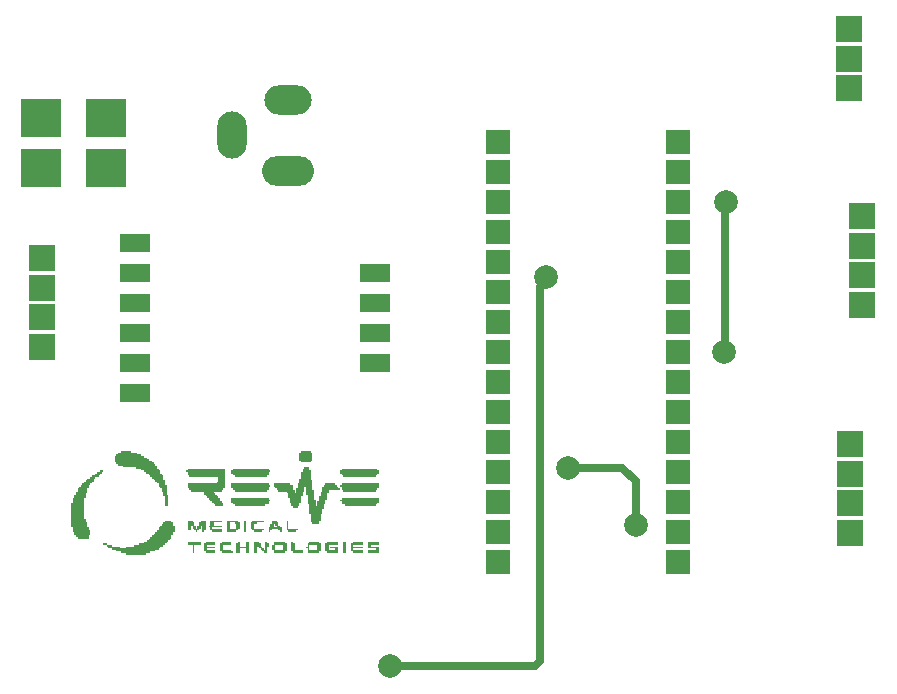
<source format=gbr>
G04*
G04 #@! TF.GenerationSoftware,Altium Limited,Altium Designer,23.1.1 (15)*
G04*
G04 Layer_Physical_Order=1*
G04 Layer_Color=255*
%FSLAX44Y44*%
%MOMM*%
G71*
G04*
G04 #@! TF.SameCoordinates,945C3F72-89AD-46E6-9685-04B11054D932*
G04*
G04*
G04 #@! TF.FilePolarity,Positive*
G04*
G01*
G75*
%ADD10C,0.7000*%
%ADD11R,2.0000X2.0000*%
%ADD12R,2.5400X1.5400*%
%ADD13R,2.2000X2.2000*%
%ADD14O,2.5000X4.0000*%
%ADD15O,4.4000X2.5000*%
%ADD16O,4.0000X2.5000*%
%ADD17R,3.4000X3.2000*%
%ADD18C,2.0000*%
G36*
X325476Y273050D02*
X326847D01*
Y266192D01*
X325476D01*
Y264820D01*
X317246D01*
Y266192D01*
X315874D01*
Y273050D01*
X317246D01*
Y274422D01*
X325476D01*
Y273050D01*
D02*
G37*
G36*
X381711Y257962D02*
X383083D01*
Y255219D01*
X381711D01*
Y253848D01*
X380340D01*
Y252476D01*
X352908D01*
Y253848D01*
X351536D01*
Y255219D01*
X350164D01*
Y257962D01*
X351536D01*
Y259334D01*
X381711D01*
Y257962D01*
D02*
G37*
G36*
X289814D02*
X291186D01*
Y256591D01*
X289814D01*
Y253848D01*
X288442D01*
Y252476D01*
X261010D01*
Y253848D01*
X259639D01*
Y255219D01*
X258267D01*
Y257962D01*
X259639D01*
Y259334D01*
X289814D01*
Y257962D01*
D02*
G37*
G36*
X383083Y242875D02*
X381711D01*
Y241503D01*
X380340D01*
Y240132D01*
X352908D01*
Y241503D01*
X351536D01*
Y244246D01*
X350164D01*
Y245618D01*
X351536D01*
Y246990D01*
X383083D01*
Y242875D01*
D02*
G37*
G36*
X289814Y245618D02*
X291186D01*
Y244246D01*
X289814D01*
Y241503D01*
X288442D01*
Y240132D01*
X261010D01*
Y241503D01*
X259639D01*
Y242875D01*
X258267D01*
Y246990D01*
X289814D01*
Y245618D01*
D02*
G37*
G36*
X324104Y257962D02*
X325476D01*
Y249733D01*
X326847D01*
Y241503D01*
X328219D01*
Y233274D01*
X329590D01*
Y227787D01*
X330962D01*
Y231902D01*
X332334D01*
Y236017D01*
X333705D01*
Y240132D01*
X335077D01*
Y244246D01*
X336448D01*
Y245618D01*
X337820D01*
Y246990D01*
X346050D01*
Y245618D01*
X347421D01*
Y244246D01*
X348793D01*
Y242875D01*
X350164D01*
Y241503D01*
X340563D01*
Y238760D01*
X339192D01*
Y233274D01*
X337820D01*
Y229159D01*
X336448D01*
Y225044D01*
X335077D01*
Y220929D01*
X333705D01*
Y215443D01*
X332334D01*
Y212700D01*
X326847D01*
Y214071D01*
X325476D01*
Y220929D01*
X324104D01*
Y229159D01*
X322732D01*
Y237388D01*
X321361D01*
Y244246D01*
X319989D01*
Y240132D01*
X318618D01*
Y236017D01*
X317246D01*
Y230530D01*
X315874D01*
Y227787D01*
X314503D01*
Y226416D01*
X310388D01*
Y227787D01*
X309016D01*
Y230530D01*
X307645D01*
Y234645D01*
X306273D01*
Y238760D01*
X304902D01*
Y240132D01*
X298044D01*
Y241503D01*
X296672D01*
Y242875D01*
X295300D01*
Y244246D01*
X293929D01*
Y246990D01*
X307645D01*
Y245618D01*
X310388D01*
Y241503D01*
X311760D01*
Y238760D01*
X313131D01*
Y242875D01*
X314503D01*
Y246990D01*
X315874D01*
Y251104D01*
X317246D01*
Y256591D01*
X318618D01*
Y259334D01*
X319989D01*
Y260706D01*
X324104D01*
Y257962D01*
D02*
G37*
G36*
X383083Y230530D02*
X381711D01*
Y229159D01*
X380340D01*
Y227787D01*
X354279D01*
Y229159D01*
X351536D01*
Y231902D01*
X350164D01*
Y233274D01*
X351536D01*
Y234645D01*
X383083D01*
Y230530D01*
D02*
G37*
G36*
X289814Y233274D02*
X291186D01*
Y231902D01*
X289814D01*
Y229159D01*
X287071D01*
Y227787D01*
X261010D01*
Y229159D01*
X259639D01*
Y230530D01*
X258267D01*
Y234645D01*
X289814D01*
Y233274D01*
D02*
G37*
G36*
X252781Y242875D02*
X251409D01*
Y241503D01*
X250038D01*
Y240132D01*
X243180D01*
Y238760D01*
X244551D01*
Y237388D01*
X245923D01*
Y236017D01*
X247294D01*
Y234645D01*
X248666D01*
Y231902D01*
X250038D01*
Y230530D01*
X251409D01*
Y227787D01*
X244551D01*
Y229159D01*
X243180D01*
Y230530D01*
X241808D01*
Y231902D01*
X240436D01*
Y233274D01*
X239065D01*
Y234645D01*
X237693D01*
Y236017D01*
X236322D01*
Y237388D01*
X234950D01*
Y240132D01*
X223977D01*
Y241503D01*
X222606D01*
Y242875D01*
X221234D01*
Y246990D01*
X245923D01*
Y248361D01*
X247294D01*
Y252476D01*
X222606D01*
Y253848D01*
X221234D01*
Y256591D01*
X219862D01*
Y257962D01*
X221234D01*
Y259334D01*
X252781D01*
Y242875D01*
D02*
G37*
G36*
X173228Y273050D02*
X178714D01*
Y271678D01*
X181458D01*
Y270307D01*
X184201D01*
Y268935D01*
X186944D01*
Y267564D01*
X188316D01*
Y266192D01*
X191059D01*
Y264820D01*
X192430D01*
Y263449D01*
X193802D01*
Y262077D01*
X195174D01*
Y259334D01*
X196545D01*
Y257962D01*
X197917D01*
Y255219D01*
X199288D01*
Y253848D01*
X200660D01*
Y249733D01*
X202032D01*
Y245618D01*
X203403D01*
Y237388D01*
X204775D01*
Y227787D01*
X202032D01*
Y236017D01*
X200660D01*
Y240132D01*
X199288D01*
Y242875D01*
X197917D01*
Y244246D01*
X196545D01*
Y246990D01*
X195174D01*
Y248361D01*
X193802D01*
Y249733D01*
X192430D01*
Y251104D01*
X191059D01*
Y252476D01*
X189687D01*
Y253848D01*
X188316D01*
Y255219D01*
X185572D01*
Y256591D01*
X184201D01*
Y257962D01*
X181458D01*
Y259334D01*
X177343D01*
Y260706D01*
X166370D01*
Y262077D01*
X162255D01*
Y263449D01*
X160884D01*
Y264820D01*
X159512D01*
Y270307D01*
X160884D01*
Y271678D01*
X162255D01*
Y273050D01*
X164998D01*
Y274422D01*
X173228D01*
Y273050D01*
D02*
G37*
G36*
X236322Y207213D02*
X234950D01*
Y205842D01*
X233578D01*
Y211328D01*
X232207D01*
Y208585D01*
X230835D01*
Y207213D01*
X229464D01*
Y205842D01*
X228092D01*
Y207213D01*
X226720D01*
Y208585D01*
X225349D01*
Y211328D01*
X223977D01*
Y207213D01*
X221234D01*
Y215443D01*
X225349D01*
Y214071D01*
X226720D01*
Y211328D01*
X228092D01*
Y208585D01*
X229464D01*
Y211328D01*
X230835D01*
Y214071D01*
X232207D01*
Y215443D01*
X236322D01*
Y207213D01*
D02*
G37*
G36*
X306273Y214071D02*
Y208585D01*
X314503D01*
Y207213D01*
X313131D01*
Y205842D01*
X306273D01*
Y207213D01*
X304902D01*
Y215443D01*
X306273D01*
Y214071D01*
D02*
G37*
G36*
X296672D02*
X298044D01*
Y211328D01*
X299415D01*
Y209956D01*
X300787D01*
Y205842D01*
X299415D01*
Y207213D01*
X298044D01*
Y208585D01*
X292557D01*
Y207213D01*
X291186D01*
Y205842D01*
X289814D01*
Y209956D01*
X291186D01*
Y212700D01*
X292557D01*
Y215443D01*
X296672D01*
Y214071D01*
D02*
G37*
G36*
X285699D02*
X280213D01*
Y212700D01*
X277470D01*
Y208585D01*
X285699D01*
Y207213D01*
X284328D01*
Y205842D01*
X277470D01*
Y207213D01*
X276098D01*
Y208585D01*
X274726D01*
Y214071D01*
X276098D01*
Y215443D01*
X285699D01*
Y214071D01*
D02*
G37*
G36*
X270612Y205842D02*
X269240D01*
Y207213D01*
Y215443D01*
X270612D01*
Y205842D01*
D02*
G37*
G36*
X263754Y214071D02*
X265125D01*
Y208585D01*
X263754D01*
Y207213D01*
X262382D01*
Y205842D01*
X254152D01*
Y215443D01*
X263754D01*
Y214071D01*
D02*
G37*
G36*
X250038D02*
X243180D01*
Y211328D01*
X250038D01*
Y209956D01*
X241808D01*
Y208585D01*
X250038D01*
Y205842D01*
X241808D01*
Y207213D01*
X240436D01*
Y209956D01*
X239065D01*
Y211328D01*
X240436D01*
Y215443D01*
X250038D01*
Y214071D01*
D02*
G37*
G36*
X149911Y256591D02*
X148539D01*
Y255219D01*
X147168D01*
Y253848D01*
X145796D01*
Y252476D01*
X143053D01*
Y251104D01*
X141681D01*
Y248361D01*
X140310D01*
Y246990D01*
X138938D01*
Y245618D01*
X137566D01*
Y242875D01*
X136195D01*
Y238760D01*
X134823D01*
Y234645D01*
X133452D01*
Y216814D01*
X134823D01*
Y214071D01*
X136195D01*
Y209956D01*
X137566D01*
Y207213D01*
X138938D01*
Y203098D01*
X137566D01*
Y200355D01*
X127965D01*
Y201727D01*
X126594D01*
Y203098D01*
X125222D01*
Y205842D01*
X123850D01*
Y209956D01*
X122479D01*
Y215443D01*
Y216814D01*
Y230530D01*
X123850D01*
Y234645D01*
X125222D01*
Y237388D01*
X126594D01*
Y240132D01*
X127965D01*
Y242875D01*
X129337D01*
Y244246D01*
X130708D01*
Y245618D01*
X132080D01*
Y246990D01*
X133452D01*
Y248361D01*
X134823D01*
Y249733D01*
X136195D01*
Y251104D01*
X138938D01*
Y252476D01*
X140310D01*
Y253848D01*
X143053D01*
Y255219D01*
X144424D01*
Y256591D01*
X147168D01*
Y257962D01*
X149911D01*
Y256591D01*
D02*
G37*
G36*
X273355Y188011D02*
X270612D01*
Y192126D01*
X265125D01*
Y188011D01*
X262382D01*
Y196240D01*
X263754D01*
Y197612D01*
X265125D01*
Y193497D01*
X270612D01*
Y194869D01*
Y196240D01*
Y197612D01*
X273355D01*
Y188011D01*
D02*
G37*
G36*
X207518Y214071D02*
X208890D01*
Y211328D01*
X210261D01*
Y205842D01*
X208890D01*
Y203098D01*
X207518D01*
Y200355D01*
X206146D01*
Y198984D01*
X204775D01*
Y197612D01*
X203403D01*
Y196240D01*
X202032D01*
Y194869D01*
X200660D01*
Y193497D01*
X197917D01*
Y192126D01*
X196545D01*
Y190754D01*
X193802D01*
Y189382D01*
X189687D01*
Y188011D01*
X185572D01*
Y186639D01*
X169113D01*
Y188011D01*
X164998D01*
Y189382D01*
X160884D01*
Y190754D01*
X156769D01*
Y192126D01*
X154026D01*
Y193497D01*
X152654D01*
Y194869D01*
X149911D01*
Y196240D01*
X152654D01*
Y194869D01*
X156769D01*
Y193497D01*
X163627D01*
Y192126D01*
X169113D01*
Y193497D01*
X175971D01*
Y194869D01*
X180086D01*
Y196240D01*
X184201D01*
Y197612D01*
X186944D01*
Y198984D01*
X188316D01*
Y200355D01*
X189687D01*
Y201727D01*
X191059D01*
Y203098D01*
X192430D01*
Y204470D01*
X193802D01*
Y205842D01*
X195174D01*
Y207213D01*
X196545D01*
Y209956D01*
X197917D01*
Y211328D01*
X199288D01*
Y212700D01*
X200660D01*
Y214071D01*
X202032D01*
Y215443D01*
X207518D01*
Y214071D01*
D02*
G37*
G36*
X288442Y196240D02*
X289814D01*
Y193497D01*
X288442D01*
Y188011D01*
X285699D01*
Y189382D01*
X284328D01*
Y190754D01*
X282956D01*
Y192126D01*
X281584D01*
Y193497D01*
X280213D01*
Y188011D01*
X277470D01*
Y197612D01*
X281584D01*
Y196240D01*
X282956D01*
Y193497D01*
X284328D01*
Y192126D01*
X285699D01*
Y190754D01*
X287071D01*
Y192126D01*
Y197612D01*
X288442D01*
Y196240D01*
D02*
G37*
G36*
X383083Y194869D02*
X376225D01*
Y193497D01*
X383083D01*
Y188011D01*
X373482D01*
Y190754D01*
X380340D01*
Y192126D01*
X373482D01*
Y197612D01*
X383083D01*
Y194869D01*
D02*
G37*
G36*
X369367D02*
X361137D01*
Y193497D01*
X369367D01*
Y192126D01*
X361137D01*
Y190754D01*
X369367D01*
Y188011D01*
X361137D01*
Y189382D01*
X359766D01*
Y196240D01*
X361137D01*
Y197612D01*
X369367D01*
Y194869D01*
D02*
G37*
G36*
X355651Y196240D02*
Y188011D01*
X352908D01*
Y197612D01*
X355651D01*
Y196240D01*
D02*
G37*
G36*
X348793Y194869D02*
X340563D01*
Y190754D01*
X346050D01*
Y192126D01*
X341935D01*
Y193497D01*
X348793D01*
Y188011D01*
X339192D01*
Y189382D01*
X337820D01*
Y196240D01*
X339192D01*
Y197612D01*
X348793D01*
Y194869D01*
D02*
G37*
G36*
X332334Y196240D02*
X333705D01*
Y192126D01*
Y190754D01*
Y189382D01*
X332334D01*
Y188011D01*
X322732D01*
Y192126D01*
X321361D01*
Y193497D01*
X322732D01*
Y196240D01*
X324104D01*
Y197612D01*
X332334D01*
Y196240D01*
D02*
G37*
G36*
X310388D02*
X311760D01*
Y190754D01*
X318618D01*
Y188011D01*
X310388D01*
Y189382D01*
X309016D01*
Y197612D01*
X310388D01*
Y196240D01*
D02*
G37*
G36*
X303530D02*
X304902D01*
Y189382D01*
X303530D01*
Y188011D01*
X293929D01*
Y189382D01*
Y190754D01*
X292557D01*
Y194869D01*
X293929D01*
Y197612D01*
X303530D01*
Y196240D01*
D02*
G37*
G36*
X258267Y194869D02*
X251409D01*
Y190754D01*
X258267D01*
Y189382D01*
X259639D01*
Y188011D01*
X250038D01*
Y189382D01*
X248666D01*
Y196240D01*
X250038D01*
Y197612D01*
X258267D01*
Y194869D01*
D02*
G37*
G36*
X244551Y196240D02*
Y194869D01*
X237693D01*
Y193497D01*
X244551D01*
Y192126D01*
X237693D01*
Y190754D01*
X244551D01*
Y188011D01*
X236322D01*
Y189382D01*
X234950D01*
Y196240D01*
X236322D01*
Y197612D01*
X244551D01*
Y196240D01*
D02*
G37*
G36*
X232207Y194869D02*
X226720D01*
Y189382D01*
Y188011D01*
X225349D01*
Y194869D01*
X221234D01*
Y197612D01*
X232207D01*
Y194869D01*
D02*
G37*
%LPC*%
G36*
X295300Y212700D02*
X293929D01*
Y209956D01*
X296672D01*
Y211328D01*
X295300D01*
Y212700D01*
D02*
G37*
G36*
X261010Y214071D02*
X256896D01*
Y208585D01*
X262382D01*
Y211328D01*
Y212700D01*
X261010D01*
Y214071D01*
D02*
G37*
G36*
X330962Y194869D02*
X324104D01*
Y190754D01*
X330962D01*
Y192126D01*
Y193497D01*
Y194869D01*
D02*
G37*
G36*
X302158D02*
X295300D01*
Y190754D01*
X302158D01*
Y194869D01*
D02*
G37*
%LPD*%
D10*
X588989Y260350D02*
X600710Y248629D01*
Y212090D02*
Y248629D01*
X524510Y418122D02*
Y421640D01*
X519430Y96811D02*
Y413042D01*
X392430Y92710D02*
X515330D01*
X519430Y413042D02*
X524510Y418122D01*
X515330Y92710D02*
X519430Y96811D01*
X676275Y484505D02*
X676910Y485140D01*
X676275Y358775D02*
Y484505D01*
X675640Y358140D02*
X676275Y358775D01*
X543560Y260350D02*
X588989D01*
D11*
X636270Y535940D02*
D03*
Y510540D02*
D03*
Y485140D02*
D03*
Y459740D02*
D03*
Y434340D02*
D03*
Y408940D02*
D03*
Y383540D02*
D03*
Y358140D02*
D03*
Y332740D02*
D03*
Y307340D02*
D03*
Y281940D02*
D03*
Y256540D02*
D03*
Y231140D02*
D03*
Y205740D02*
D03*
Y180340D02*
D03*
X483870Y535940D02*
D03*
Y510540D02*
D03*
Y485140D02*
D03*
Y459740D02*
D03*
Y434340D02*
D03*
Y408940D02*
D03*
Y383540D02*
D03*
Y358140D02*
D03*
Y332740D02*
D03*
Y307340D02*
D03*
Y281940D02*
D03*
Y256540D02*
D03*
Y231140D02*
D03*
Y205740D02*
D03*
Y180340D02*
D03*
D12*
X379730Y400050D02*
D03*
Y425450D02*
D03*
Y374650D02*
D03*
Y349250D02*
D03*
X176530Y450850D02*
D03*
Y323850D02*
D03*
Y349250D02*
D03*
Y374650D02*
D03*
Y400050D02*
D03*
Y425450D02*
D03*
D13*
X782150Y230070D02*
D03*
Y205070D02*
D03*
Y255070D02*
D03*
Y280070D02*
D03*
X781050Y631660D02*
D03*
Y606660D02*
D03*
Y581660D02*
D03*
X97790Y387750D02*
D03*
Y362750D02*
D03*
Y412750D02*
D03*
Y437750D02*
D03*
X792480Y448310D02*
D03*
Y473310D02*
D03*
Y423310D02*
D03*
Y398310D02*
D03*
D14*
X259070Y541810D02*
D03*
D15*
X306070Y511810D02*
D03*
D16*
Y571810D02*
D03*
D17*
X97400Y514260D02*
D03*
X152400D02*
D03*
X97400Y556260D02*
D03*
X152400D02*
D03*
D18*
X600710Y212090D02*
D03*
X524510Y421640D02*
D03*
X675640Y358140D02*
D03*
X543560Y260350D02*
D03*
X676910Y485140D02*
D03*
X392430Y92710D02*
D03*
M02*

</source>
